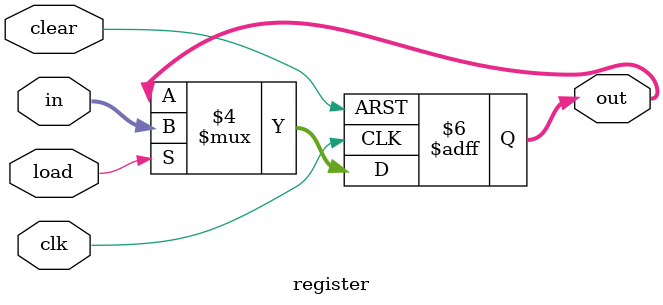
<source format=sv>
module register # (parameter N = 8)
   (input                clk,   // implied input wire
    input                load,
    input                clear,
    input        [N-1:0] in,
    output logic [N-1:0] out
    );
	 
  always_ff @ (posedge clk, posedge clear)    begin
// fill in guts
  if(clear == 1) out <= 0 ;          // use <= nonblocking assignment!
  else if(load == 1) out <= in ;
//   clear   load    out
// 	   1       0      0	   (clear output)
//     1       1      0
//     0       0     hold  (no change in output)
//     0       1      in   (update output)


	
// Aside: What would be the impact of leaving posedge clear out of 
//  the sensitivity list? 
end	
		
endmodule


</source>
